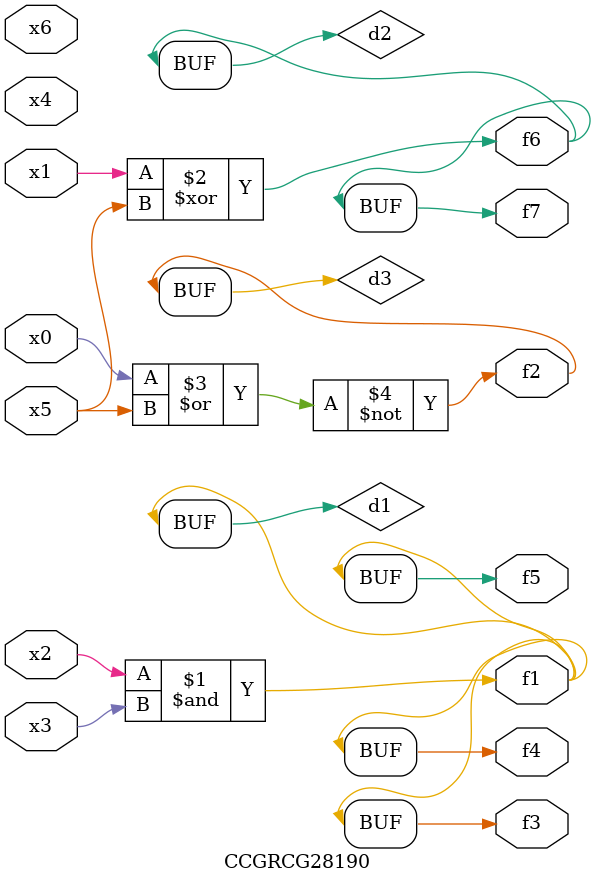
<source format=v>
module CCGRCG28190(
	input x0, x1, x2, x3, x4, x5, x6,
	output f1, f2, f3, f4, f5, f6, f7
);

	wire d1, d2, d3;

	and (d1, x2, x3);
	xor (d2, x1, x5);
	nor (d3, x0, x5);
	assign f1 = d1;
	assign f2 = d3;
	assign f3 = d1;
	assign f4 = d1;
	assign f5 = d1;
	assign f6 = d2;
	assign f7 = d2;
endmodule

</source>
